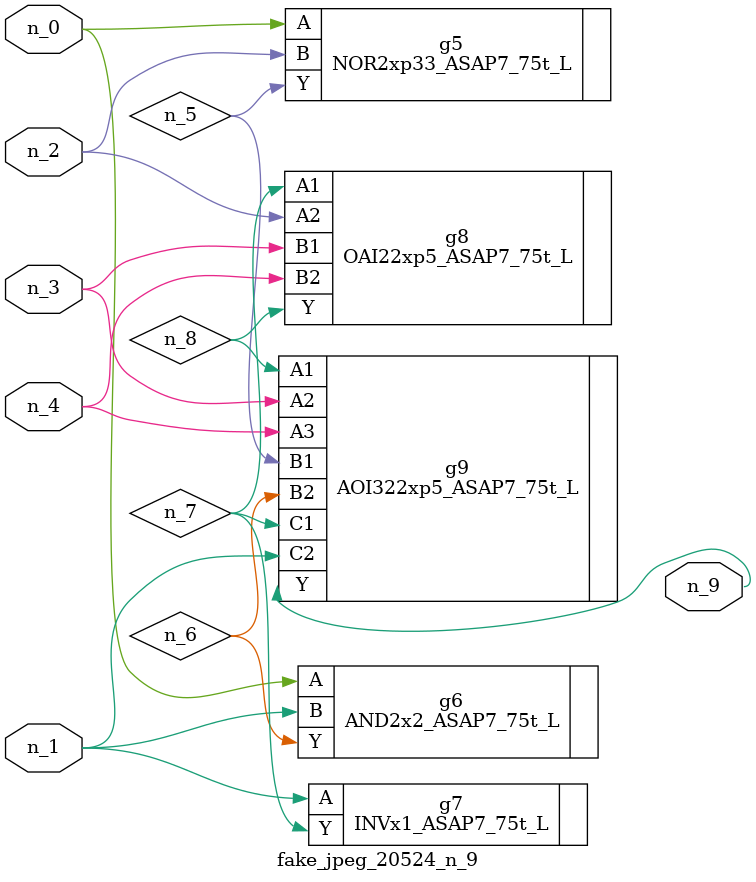
<source format=v>
module fake_jpeg_20524_n_9 (n_3, n_2, n_1, n_0, n_4, n_9);

input n_3;
input n_2;
input n_1;
input n_0;
input n_4;

output n_9;

wire n_8;
wire n_6;
wire n_5;
wire n_7;

NOR2xp33_ASAP7_75t_L g5 ( 
.A(n_0),
.B(n_2),
.Y(n_5)
);

AND2x2_ASAP7_75t_L g6 ( 
.A(n_0),
.B(n_1),
.Y(n_6)
);

INVx1_ASAP7_75t_L g7 ( 
.A(n_1),
.Y(n_7)
);

OAI22xp5_ASAP7_75t_L g8 ( 
.A1(n_7),
.A2(n_2),
.B1(n_3),
.B2(n_4),
.Y(n_8)
);

AOI322xp5_ASAP7_75t_L g9 ( 
.A1(n_8),
.A2(n_3),
.A3(n_4),
.B1(n_5),
.B2(n_6),
.C1(n_7),
.C2(n_1),
.Y(n_9)
);


endmodule
</source>
